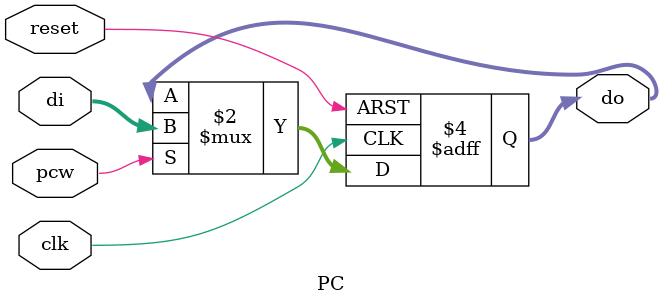
<source format=v>
`timescale 1ns / 1ns

module PC(
    input clk,
    input reset,
    input[31:0]di,
    input pcw,
    output reg[31:0]do
);

    always@(posedge clk or posedge reset)
    begin
        if(reset) do<=32'b0;
        else if(pcw) do<=di;
    end

endmodule
</source>
